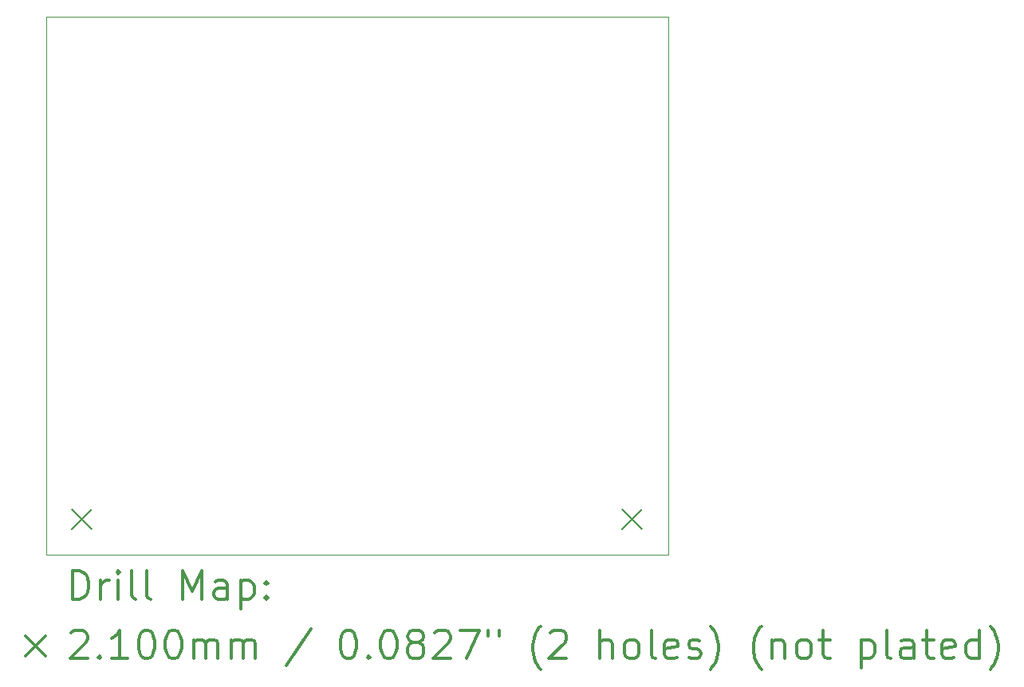
<source format=gbr>
%FSLAX45Y45*%
G04 Gerber Fmt 4.5, Leading zero omitted, Abs format (unit mm)*
G04 Created by KiCad (PCBNEW (5.1.10)-1) date 2022-04-16 18:43:20*
%MOMM*%
%LPD*%
G01*
G04 APERTURE LIST*
%TA.AperFunction,Profile*%
%ADD10C,0.100000*%
%TD*%
%ADD11C,0.200000*%
%ADD12C,0.300000*%
G04 APERTURE END LIST*
D10*
X14351000Y-7874000D02*
X14351000Y-13589000D01*
X7747000Y-7874000D02*
X14351000Y-7874000D01*
X7747000Y-13589000D02*
X7747000Y-7874000D01*
X14351000Y-13589000D02*
X7747000Y-13589000D01*
D11*
X8023000Y-13103000D02*
X8233000Y-13313000D01*
X8233000Y-13103000D02*
X8023000Y-13313000D01*
X13865000Y-13103000D02*
X14075000Y-13313000D01*
X14075000Y-13103000D02*
X13865000Y-13313000D01*
D12*
X8028428Y-14059714D02*
X8028428Y-13759714D01*
X8099857Y-13759714D01*
X8142714Y-13774000D01*
X8171286Y-13802571D01*
X8185571Y-13831143D01*
X8199857Y-13888286D01*
X8199857Y-13931143D01*
X8185571Y-13988286D01*
X8171286Y-14016857D01*
X8142714Y-14045429D01*
X8099857Y-14059714D01*
X8028428Y-14059714D01*
X8328428Y-14059714D02*
X8328428Y-13859714D01*
X8328428Y-13916857D02*
X8342714Y-13888286D01*
X8357000Y-13874000D01*
X8385571Y-13859714D01*
X8414143Y-13859714D01*
X8514143Y-14059714D02*
X8514143Y-13859714D01*
X8514143Y-13759714D02*
X8499857Y-13774000D01*
X8514143Y-13788286D01*
X8528428Y-13774000D01*
X8514143Y-13759714D01*
X8514143Y-13788286D01*
X8699857Y-14059714D02*
X8671286Y-14045429D01*
X8657000Y-14016857D01*
X8657000Y-13759714D01*
X8857000Y-14059714D02*
X8828428Y-14045429D01*
X8814143Y-14016857D01*
X8814143Y-13759714D01*
X9199857Y-14059714D02*
X9199857Y-13759714D01*
X9299857Y-13974000D01*
X9399857Y-13759714D01*
X9399857Y-14059714D01*
X9671286Y-14059714D02*
X9671286Y-13902571D01*
X9657000Y-13874000D01*
X9628428Y-13859714D01*
X9571286Y-13859714D01*
X9542714Y-13874000D01*
X9671286Y-14045429D02*
X9642714Y-14059714D01*
X9571286Y-14059714D01*
X9542714Y-14045429D01*
X9528428Y-14016857D01*
X9528428Y-13988286D01*
X9542714Y-13959714D01*
X9571286Y-13945429D01*
X9642714Y-13945429D01*
X9671286Y-13931143D01*
X9814143Y-13859714D02*
X9814143Y-14159714D01*
X9814143Y-13874000D02*
X9842714Y-13859714D01*
X9899857Y-13859714D01*
X9928428Y-13874000D01*
X9942714Y-13888286D01*
X9957000Y-13916857D01*
X9957000Y-14002571D01*
X9942714Y-14031143D01*
X9928428Y-14045429D01*
X9899857Y-14059714D01*
X9842714Y-14059714D01*
X9814143Y-14045429D01*
X10085571Y-14031143D02*
X10099857Y-14045429D01*
X10085571Y-14059714D01*
X10071286Y-14045429D01*
X10085571Y-14031143D01*
X10085571Y-14059714D01*
X10085571Y-13874000D02*
X10099857Y-13888286D01*
X10085571Y-13902571D01*
X10071286Y-13888286D01*
X10085571Y-13874000D01*
X10085571Y-13902571D01*
X7532000Y-14449000D02*
X7742000Y-14659000D01*
X7742000Y-14449000D02*
X7532000Y-14659000D01*
X8014143Y-14418286D02*
X8028428Y-14404000D01*
X8057000Y-14389714D01*
X8128428Y-14389714D01*
X8157000Y-14404000D01*
X8171286Y-14418286D01*
X8185571Y-14446857D01*
X8185571Y-14475429D01*
X8171286Y-14518286D01*
X7999857Y-14689714D01*
X8185571Y-14689714D01*
X8314143Y-14661143D02*
X8328428Y-14675429D01*
X8314143Y-14689714D01*
X8299857Y-14675429D01*
X8314143Y-14661143D01*
X8314143Y-14689714D01*
X8614143Y-14689714D02*
X8442714Y-14689714D01*
X8528428Y-14689714D02*
X8528428Y-14389714D01*
X8499857Y-14432571D01*
X8471286Y-14461143D01*
X8442714Y-14475429D01*
X8799857Y-14389714D02*
X8828428Y-14389714D01*
X8857000Y-14404000D01*
X8871286Y-14418286D01*
X8885571Y-14446857D01*
X8899857Y-14504000D01*
X8899857Y-14575429D01*
X8885571Y-14632571D01*
X8871286Y-14661143D01*
X8857000Y-14675429D01*
X8828428Y-14689714D01*
X8799857Y-14689714D01*
X8771286Y-14675429D01*
X8757000Y-14661143D01*
X8742714Y-14632571D01*
X8728428Y-14575429D01*
X8728428Y-14504000D01*
X8742714Y-14446857D01*
X8757000Y-14418286D01*
X8771286Y-14404000D01*
X8799857Y-14389714D01*
X9085571Y-14389714D02*
X9114143Y-14389714D01*
X9142714Y-14404000D01*
X9157000Y-14418286D01*
X9171286Y-14446857D01*
X9185571Y-14504000D01*
X9185571Y-14575429D01*
X9171286Y-14632571D01*
X9157000Y-14661143D01*
X9142714Y-14675429D01*
X9114143Y-14689714D01*
X9085571Y-14689714D01*
X9057000Y-14675429D01*
X9042714Y-14661143D01*
X9028428Y-14632571D01*
X9014143Y-14575429D01*
X9014143Y-14504000D01*
X9028428Y-14446857D01*
X9042714Y-14418286D01*
X9057000Y-14404000D01*
X9085571Y-14389714D01*
X9314143Y-14689714D02*
X9314143Y-14489714D01*
X9314143Y-14518286D02*
X9328428Y-14504000D01*
X9357000Y-14489714D01*
X9399857Y-14489714D01*
X9428428Y-14504000D01*
X9442714Y-14532571D01*
X9442714Y-14689714D01*
X9442714Y-14532571D02*
X9457000Y-14504000D01*
X9485571Y-14489714D01*
X9528428Y-14489714D01*
X9557000Y-14504000D01*
X9571286Y-14532571D01*
X9571286Y-14689714D01*
X9714143Y-14689714D02*
X9714143Y-14489714D01*
X9714143Y-14518286D02*
X9728428Y-14504000D01*
X9757000Y-14489714D01*
X9799857Y-14489714D01*
X9828428Y-14504000D01*
X9842714Y-14532571D01*
X9842714Y-14689714D01*
X9842714Y-14532571D02*
X9857000Y-14504000D01*
X9885571Y-14489714D01*
X9928428Y-14489714D01*
X9957000Y-14504000D01*
X9971286Y-14532571D01*
X9971286Y-14689714D01*
X10557000Y-14375429D02*
X10299857Y-14761143D01*
X10942714Y-14389714D02*
X10971286Y-14389714D01*
X10999857Y-14404000D01*
X11014143Y-14418286D01*
X11028428Y-14446857D01*
X11042714Y-14504000D01*
X11042714Y-14575429D01*
X11028428Y-14632571D01*
X11014143Y-14661143D01*
X10999857Y-14675429D01*
X10971286Y-14689714D01*
X10942714Y-14689714D01*
X10914143Y-14675429D01*
X10899857Y-14661143D01*
X10885571Y-14632571D01*
X10871286Y-14575429D01*
X10871286Y-14504000D01*
X10885571Y-14446857D01*
X10899857Y-14418286D01*
X10914143Y-14404000D01*
X10942714Y-14389714D01*
X11171286Y-14661143D02*
X11185571Y-14675429D01*
X11171286Y-14689714D01*
X11157000Y-14675429D01*
X11171286Y-14661143D01*
X11171286Y-14689714D01*
X11371286Y-14389714D02*
X11399857Y-14389714D01*
X11428428Y-14404000D01*
X11442714Y-14418286D01*
X11457000Y-14446857D01*
X11471286Y-14504000D01*
X11471286Y-14575429D01*
X11457000Y-14632571D01*
X11442714Y-14661143D01*
X11428428Y-14675429D01*
X11399857Y-14689714D01*
X11371286Y-14689714D01*
X11342714Y-14675429D01*
X11328428Y-14661143D01*
X11314143Y-14632571D01*
X11299857Y-14575429D01*
X11299857Y-14504000D01*
X11314143Y-14446857D01*
X11328428Y-14418286D01*
X11342714Y-14404000D01*
X11371286Y-14389714D01*
X11642714Y-14518286D02*
X11614143Y-14504000D01*
X11599857Y-14489714D01*
X11585571Y-14461143D01*
X11585571Y-14446857D01*
X11599857Y-14418286D01*
X11614143Y-14404000D01*
X11642714Y-14389714D01*
X11699857Y-14389714D01*
X11728428Y-14404000D01*
X11742714Y-14418286D01*
X11757000Y-14446857D01*
X11757000Y-14461143D01*
X11742714Y-14489714D01*
X11728428Y-14504000D01*
X11699857Y-14518286D01*
X11642714Y-14518286D01*
X11614143Y-14532571D01*
X11599857Y-14546857D01*
X11585571Y-14575429D01*
X11585571Y-14632571D01*
X11599857Y-14661143D01*
X11614143Y-14675429D01*
X11642714Y-14689714D01*
X11699857Y-14689714D01*
X11728428Y-14675429D01*
X11742714Y-14661143D01*
X11757000Y-14632571D01*
X11757000Y-14575429D01*
X11742714Y-14546857D01*
X11728428Y-14532571D01*
X11699857Y-14518286D01*
X11871286Y-14418286D02*
X11885571Y-14404000D01*
X11914143Y-14389714D01*
X11985571Y-14389714D01*
X12014143Y-14404000D01*
X12028428Y-14418286D01*
X12042714Y-14446857D01*
X12042714Y-14475429D01*
X12028428Y-14518286D01*
X11857000Y-14689714D01*
X12042714Y-14689714D01*
X12142714Y-14389714D02*
X12342714Y-14389714D01*
X12214143Y-14689714D01*
X12442714Y-14389714D02*
X12442714Y-14446857D01*
X12557000Y-14389714D02*
X12557000Y-14446857D01*
X12999857Y-14804000D02*
X12985571Y-14789714D01*
X12957000Y-14746857D01*
X12942714Y-14718286D01*
X12928428Y-14675429D01*
X12914143Y-14604000D01*
X12914143Y-14546857D01*
X12928428Y-14475429D01*
X12942714Y-14432571D01*
X12957000Y-14404000D01*
X12985571Y-14361143D01*
X12999857Y-14346857D01*
X13099857Y-14418286D02*
X13114143Y-14404000D01*
X13142714Y-14389714D01*
X13214143Y-14389714D01*
X13242714Y-14404000D01*
X13257000Y-14418286D01*
X13271286Y-14446857D01*
X13271286Y-14475429D01*
X13257000Y-14518286D01*
X13085571Y-14689714D01*
X13271286Y-14689714D01*
X13628428Y-14689714D02*
X13628428Y-14389714D01*
X13757000Y-14689714D02*
X13757000Y-14532571D01*
X13742714Y-14504000D01*
X13714143Y-14489714D01*
X13671286Y-14489714D01*
X13642714Y-14504000D01*
X13628428Y-14518286D01*
X13942714Y-14689714D02*
X13914143Y-14675429D01*
X13899857Y-14661143D01*
X13885571Y-14632571D01*
X13885571Y-14546857D01*
X13899857Y-14518286D01*
X13914143Y-14504000D01*
X13942714Y-14489714D01*
X13985571Y-14489714D01*
X14014143Y-14504000D01*
X14028428Y-14518286D01*
X14042714Y-14546857D01*
X14042714Y-14632571D01*
X14028428Y-14661143D01*
X14014143Y-14675429D01*
X13985571Y-14689714D01*
X13942714Y-14689714D01*
X14214143Y-14689714D02*
X14185571Y-14675429D01*
X14171286Y-14646857D01*
X14171286Y-14389714D01*
X14442714Y-14675429D02*
X14414143Y-14689714D01*
X14357000Y-14689714D01*
X14328428Y-14675429D01*
X14314143Y-14646857D01*
X14314143Y-14532571D01*
X14328428Y-14504000D01*
X14357000Y-14489714D01*
X14414143Y-14489714D01*
X14442714Y-14504000D01*
X14457000Y-14532571D01*
X14457000Y-14561143D01*
X14314143Y-14589714D01*
X14571286Y-14675429D02*
X14599857Y-14689714D01*
X14657000Y-14689714D01*
X14685571Y-14675429D01*
X14699857Y-14646857D01*
X14699857Y-14632571D01*
X14685571Y-14604000D01*
X14657000Y-14589714D01*
X14614143Y-14589714D01*
X14585571Y-14575429D01*
X14571286Y-14546857D01*
X14571286Y-14532571D01*
X14585571Y-14504000D01*
X14614143Y-14489714D01*
X14657000Y-14489714D01*
X14685571Y-14504000D01*
X14799857Y-14804000D02*
X14814143Y-14789714D01*
X14842714Y-14746857D01*
X14857000Y-14718286D01*
X14871286Y-14675429D01*
X14885571Y-14604000D01*
X14885571Y-14546857D01*
X14871286Y-14475429D01*
X14857000Y-14432571D01*
X14842714Y-14404000D01*
X14814143Y-14361143D01*
X14799857Y-14346857D01*
X15342714Y-14804000D02*
X15328428Y-14789714D01*
X15299857Y-14746857D01*
X15285571Y-14718286D01*
X15271286Y-14675429D01*
X15257000Y-14604000D01*
X15257000Y-14546857D01*
X15271286Y-14475429D01*
X15285571Y-14432571D01*
X15299857Y-14404000D01*
X15328428Y-14361143D01*
X15342714Y-14346857D01*
X15457000Y-14489714D02*
X15457000Y-14689714D01*
X15457000Y-14518286D02*
X15471286Y-14504000D01*
X15499857Y-14489714D01*
X15542714Y-14489714D01*
X15571286Y-14504000D01*
X15585571Y-14532571D01*
X15585571Y-14689714D01*
X15771286Y-14689714D02*
X15742714Y-14675429D01*
X15728428Y-14661143D01*
X15714143Y-14632571D01*
X15714143Y-14546857D01*
X15728428Y-14518286D01*
X15742714Y-14504000D01*
X15771286Y-14489714D01*
X15814143Y-14489714D01*
X15842714Y-14504000D01*
X15857000Y-14518286D01*
X15871286Y-14546857D01*
X15871286Y-14632571D01*
X15857000Y-14661143D01*
X15842714Y-14675429D01*
X15814143Y-14689714D01*
X15771286Y-14689714D01*
X15957000Y-14489714D02*
X16071286Y-14489714D01*
X15999857Y-14389714D02*
X15999857Y-14646857D01*
X16014143Y-14675429D01*
X16042714Y-14689714D01*
X16071286Y-14689714D01*
X16399857Y-14489714D02*
X16399857Y-14789714D01*
X16399857Y-14504000D02*
X16428428Y-14489714D01*
X16485571Y-14489714D01*
X16514143Y-14504000D01*
X16528428Y-14518286D01*
X16542714Y-14546857D01*
X16542714Y-14632571D01*
X16528428Y-14661143D01*
X16514143Y-14675429D01*
X16485571Y-14689714D01*
X16428428Y-14689714D01*
X16399857Y-14675429D01*
X16714143Y-14689714D02*
X16685571Y-14675429D01*
X16671286Y-14646857D01*
X16671286Y-14389714D01*
X16957000Y-14689714D02*
X16957000Y-14532571D01*
X16942714Y-14504000D01*
X16914143Y-14489714D01*
X16857000Y-14489714D01*
X16828428Y-14504000D01*
X16957000Y-14675429D02*
X16928428Y-14689714D01*
X16857000Y-14689714D01*
X16828428Y-14675429D01*
X16814143Y-14646857D01*
X16814143Y-14618286D01*
X16828428Y-14589714D01*
X16857000Y-14575429D01*
X16928428Y-14575429D01*
X16957000Y-14561143D01*
X17057000Y-14489714D02*
X17171286Y-14489714D01*
X17099857Y-14389714D02*
X17099857Y-14646857D01*
X17114143Y-14675429D01*
X17142714Y-14689714D01*
X17171286Y-14689714D01*
X17385571Y-14675429D02*
X17357000Y-14689714D01*
X17299857Y-14689714D01*
X17271286Y-14675429D01*
X17257000Y-14646857D01*
X17257000Y-14532571D01*
X17271286Y-14504000D01*
X17299857Y-14489714D01*
X17357000Y-14489714D01*
X17385571Y-14504000D01*
X17399857Y-14532571D01*
X17399857Y-14561143D01*
X17257000Y-14589714D01*
X17657000Y-14689714D02*
X17657000Y-14389714D01*
X17657000Y-14675429D02*
X17628428Y-14689714D01*
X17571286Y-14689714D01*
X17542714Y-14675429D01*
X17528428Y-14661143D01*
X17514143Y-14632571D01*
X17514143Y-14546857D01*
X17528428Y-14518286D01*
X17542714Y-14504000D01*
X17571286Y-14489714D01*
X17628428Y-14489714D01*
X17657000Y-14504000D01*
X17771286Y-14804000D02*
X17785571Y-14789714D01*
X17814143Y-14746857D01*
X17828428Y-14718286D01*
X17842714Y-14675429D01*
X17857000Y-14604000D01*
X17857000Y-14546857D01*
X17842714Y-14475429D01*
X17828428Y-14432571D01*
X17814143Y-14404000D01*
X17785571Y-14361143D01*
X17771286Y-14346857D01*
M02*

</source>
